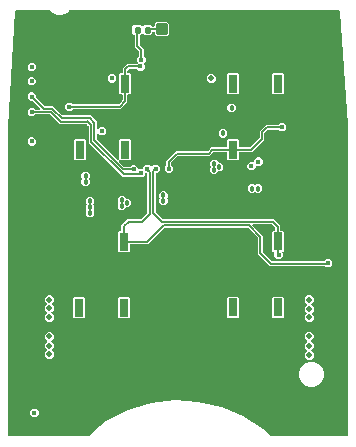
<source format=gbr>
G04 EAGLE Gerber RS-274X export*
G75*
%MOMM*%
%FSLAX34Y34*%
%LPD*%
%INBottom Copper*%
%IPPOS*%
%AMOC8*
5,1,8,0,0,1.08239X$1,22.5*%
G01*
%ADD10R,0.762000X1.524000*%
%ADD11C,0.270000*%
%ADD12C,0.300000*%
%ADD13C,0.457200*%
%ADD14C,0.503200*%
%ADD15C,0.453200*%
%ADD16C,0.450000*%
%ADD17C,0.152400*%

G36*
X72524Y6364D02*
X72524Y6364D01*
X72530Y6363D01*
X72645Y6384D01*
X72761Y6402D01*
X72766Y6405D01*
X72772Y6406D01*
X72875Y6463D01*
X72978Y6518D01*
X72982Y6522D01*
X72988Y6525D01*
X73108Y6642D01*
X76425Y10703D01*
X86928Y19106D01*
X91786Y21535D01*
X95786Y23535D01*
X96943Y24113D01*
X105929Y28606D01*
X125175Y34376D01*
X145126Y36759D01*
X165190Y35684D01*
X173447Y33786D01*
X173448Y33786D01*
X176760Y33025D01*
X184772Y31184D01*
X203292Y23391D01*
X220200Y12537D01*
X226702Y6563D01*
X226765Y6522D01*
X226822Y6473D01*
X226867Y6455D01*
X226908Y6428D01*
X226980Y6409D01*
X227051Y6381D01*
X227116Y6374D01*
X227146Y6366D01*
X227171Y6368D01*
X227217Y6363D01*
X290876Y6363D01*
X290896Y6366D01*
X290915Y6364D01*
X291017Y6386D01*
X291119Y6402D01*
X291136Y6412D01*
X291156Y6416D01*
X291245Y6469D01*
X291336Y6518D01*
X291350Y6532D01*
X291367Y6542D01*
X291434Y6621D01*
X291506Y6696D01*
X291514Y6714D01*
X291527Y6729D01*
X291566Y6825D01*
X291609Y6919D01*
X291611Y6939D01*
X291619Y6957D01*
X291637Y7124D01*
X291637Y269887D01*
X291634Y269908D01*
X291635Y269942D01*
X284730Y365636D01*
X284713Y365705D01*
X284706Y365776D01*
X284685Y365824D01*
X284672Y365875D01*
X284657Y365899D01*
X284651Y366221D01*
X284649Y366233D01*
X284651Y366246D01*
X284627Y366354D01*
X284607Y366463D01*
X284601Y366474D01*
X284598Y366486D01*
X284542Y366581D01*
X284488Y366678D01*
X284479Y366686D01*
X284472Y366697D01*
X284388Y366769D01*
X284307Y366844D01*
X284295Y366849D01*
X284285Y366857D01*
X284183Y366898D01*
X284082Y366943D01*
X284069Y366944D01*
X284057Y366949D01*
X283890Y366968D01*
X56155Y366968D01*
X56064Y366953D01*
X55974Y366946D01*
X55944Y366933D01*
X55912Y366928D01*
X55831Y366885D01*
X55747Y366849D01*
X55715Y366824D01*
X55694Y366813D01*
X55672Y366789D01*
X55616Y366745D01*
X53765Y364893D01*
X49869Y363279D01*
X45651Y363279D01*
X41755Y364893D01*
X39904Y366745D01*
X39830Y366798D01*
X39760Y366857D01*
X39730Y366869D01*
X39704Y366888D01*
X39617Y366915D01*
X39532Y366949D01*
X39491Y366954D01*
X39469Y366961D01*
X39437Y366960D01*
X39365Y366968D01*
X11022Y366968D01*
X10903Y366948D01*
X10785Y366930D01*
X10782Y366928D01*
X10779Y366928D01*
X10673Y366871D01*
X10567Y366816D01*
X10565Y366814D01*
X10562Y366813D01*
X10479Y366726D01*
X10396Y366639D01*
X10395Y366637D01*
X10392Y366634D01*
X10342Y366525D01*
X10291Y366417D01*
X10290Y366414D01*
X10289Y366411D01*
X10288Y366400D01*
X10262Y366252D01*
X4364Y267952D01*
X4366Y267934D01*
X4363Y267906D01*
X4363Y7124D01*
X4366Y7104D01*
X4364Y7085D01*
X4386Y6983D01*
X4402Y6881D01*
X4412Y6864D01*
X4416Y6844D01*
X4469Y6755D01*
X4518Y6664D01*
X4532Y6650D01*
X4542Y6633D01*
X4621Y6566D01*
X4696Y6494D01*
X4714Y6486D01*
X4729Y6473D01*
X4825Y6434D01*
X4919Y6391D01*
X4939Y6389D01*
X4957Y6381D01*
X5124Y6363D01*
X72518Y6363D01*
X72524Y6364D01*
G37*
%LPC*%
G36*
X273542Y149479D02*
X273542Y149479D01*
X272608Y150413D01*
X272534Y150466D01*
X272464Y150526D01*
X272434Y150538D01*
X272408Y150557D01*
X272321Y150584D01*
X272236Y150618D01*
X272195Y150622D01*
X272173Y150629D01*
X272141Y150628D01*
X272069Y150636D01*
X225511Y150636D01*
X215450Y160698D01*
X215450Y174228D01*
X215435Y174318D01*
X215428Y174409D01*
X215415Y174439D01*
X215410Y174471D01*
X215367Y174552D01*
X215331Y174635D01*
X215306Y174668D01*
X215295Y174688D01*
X215271Y174710D01*
X215227Y174766D01*
X207043Y182950D01*
X206969Y183003D01*
X206899Y183063D01*
X206869Y183075D01*
X206843Y183094D01*
X206756Y183121D01*
X206671Y183155D01*
X206630Y183159D01*
X206608Y183166D01*
X206576Y183165D01*
X206504Y183173D01*
X137016Y183173D01*
X136926Y183159D01*
X136835Y183151D01*
X136805Y183139D01*
X136773Y183134D01*
X136692Y183091D01*
X136608Y183055D01*
X136576Y183029D01*
X136555Y183018D01*
X136533Y182995D01*
X136477Y182950D01*
X122684Y169157D01*
X107884Y169157D01*
X107864Y169154D01*
X107845Y169156D01*
X107743Y169134D01*
X107641Y169118D01*
X107624Y169108D01*
X107604Y169104D01*
X107515Y169051D01*
X107424Y169002D01*
X107410Y168988D01*
X107393Y168978D01*
X107326Y168899D01*
X107254Y168824D01*
X107246Y168806D01*
X107233Y168791D01*
X107194Y168695D01*
X107151Y168601D01*
X107149Y168581D01*
X107141Y168563D01*
X107123Y168396D01*
X107123Y163044D01*
X106378Y162299D01*
X97706Y162299D01*
X96961Y163044D01*
X96961Y179336D01*
X97706Y180081D01*
X99248Y180081D01*
X99268Y180084D01*
X99287Y180082D01*
X99389Y180104D01*
X99491Y180120D01*
X99508Y180130D01*
X99528Y180134D01*
X99617Y180187D01*
X99708Y180236D01*
X99722Y180250D01*
X99739Y180260D01*
X99806Y180339D01*
X99878Y180414D01*
X99886Y180432D01*
X99899Y180447D01*
X99938Y180543D01*
X99981Y180637D01*
X99983Y180657D01*
X99991Y180675D01*
X100009Y180842D01*
X100009Y184884D01*
X105158Y190033D01*
X115843Y190033D01*
X115933Y190047D01*
X116024Y190055D01*
X116053Y190067D01*
X116085Y190072D01*
X116166Y190115D01*
X116250Y190151D01*
X116282Y190177D01*
X116303Y190188D01*
X116325Y190211D01*
X116381Y190256D01*
X121744Y195619D01*
X121797Y195693D01*
X121857Y195762D01*
X121869Y195793D01*
X121888Y195819D01*
X121915Y195906D01*
X121949Y195991D01*
X121953Y196032D01*
X121960Y196054D01*
X121959Y196086D01*
X121967Y196157D01*
X121967Y228718D01*
X121964Y228738D01*
X121966Y228757D01*
X121944Y228859D01*
X121928Y228961D01*
X121918Y228978D01*
X121914Y228998D01*
X121861Y229087D01*
X121812Y229178D01*
X121798Y229192D01*
X121788Y229209D01*
X121709Y229276D01*
X121634Y229348D01*
X121616Y229356D01*
X121601Y229369D01*
X121505Y229408D01*
X121411Y229451D01*
X121391Y229453D01*
X121373Y229461D01*
X121206Y229479D01*
X121033Y229479D01*
X121013Y229476D01*
X120994Y229478D01*
X120892Y229456D01*
X120790Y229440D01*
X120773Y229430D01*
X120753Y229426D01*
X120664Y229373D01*
X120573Y229324D01*
X120559Y229310D01*
X120542Y229300D01*
X120475Y229221D01*
X120404Y229146D01*
X120395Y229128D01*
X120382Y229113D01*
X120343Y229017D01*
X120300Y228923D01*
X120298Y228903D01*
X120290Y228885D01*
X120272Y228718D01*
X120272Y227950D01*
X118209Y225888D01*
X115281Y225888D01*
X115249Y225911D01*
X115180Y225970D01*
X115150Y225982D01*
X115123Y226001D01*
X115036Y226028D01*
X114952Y226062D01*
X114911Y226067D01*
X114888Y226074D01*
X114856Y226073D01*
X114785Y226081D01*
X101093Y226081D01*
X99680Y227494D01*
X73587Y253587D01*
X72173Y255001D01*
X72173Y268843D01*
X72159Y268933D01*
X72151Y269024D01*
X72139Y269053D01*
X72134Y269085D01*
X72091Y269166D01*
X72055Y269250D01*
X72029Y269282D01*
X72018Y269303D01*
X71995Y269325D01*
X71950Y269381D01*
X70984Y270347D01*
X70910Y270400D01*
X70841Y270460D01*
X70810Y270472D01*
X70784Y270491D01*
X70697Y270518D01*
X70612Y270552D01*
X70571Y270556D01*
X70549Y270563D01*
X70517Y270562D01*
X70446Y270570D01*
X47604Y270570D01*
X39405Y278769D01*
X39331Y278822D01*
X39262Y278881D01*
X39232Y278893D01*
X39206Y278912D01*
X39119Y278939D01*
X39034Y278973D01*
X38993Y278978D01*
X38970Y278985D01*
X38938Y278984D01*
X38867Y278992D01*
X27286Y278992D01*
X27196Y278977D01*
X27105Y278970D01*
X27075Y278957D01*
X27043Y278952D01*
X26963Y278909D01*
X26879Y278873D01*
X26847Y278848D01*
X26826Y278837D01*
X26804Y278813D01*
X26748Y278769D01*
X25458Y277479D01*
X22542Y277479D01*
X20479Y279542D01*
X20479Y282458D01*
X22542Y284521D01*
X25458Y284521D01*
X26699Y283280D01*
X26773Y283227D01*
X26842Y283167D01*
X26873Y283155D01*
X26899Y283136D01*
X26986Y283110D01*
X27071Y283076D01*
X27112Y283071D01*
X27134Y283064D01*
X27166Y283065D01*
X27237Y283057D01*
X30657Y283057D01*
X30728Y283069D01*
X30799Y283070D01*
X30848Y283088D01*
X30900Y283097D01*
X30963Y283130D01*
X31030Y283155D01*
X31071Y283187D01*
X31117Y283212D01*
X31166Y283264D01*
X31222Y283309D01*
X31250Y283352D01*
X31286Y283390D01*
X31317Y283455D01*
X31355Y283516D01*
X31368Y283566D01*
X31390Y283613D01*
X31398Y283685D01*
X31415Y283754D01*
X31411Y283806D01*
X31417Y283858D01*
X31402Y283928D01*
X31396Y283999D01*
X31376Y284047D01*
X31365Y284098D01*
X31328Y284160D01*
X31300Y284226D01*
X31255Y284282D01*
X31239Y284309D01*
X31221Y284324D01*
X31195Y284357D01*
X25295Y290256D01*
X25221Y290309D01*
X25152Y290369D01*
X25122Y290381D01*
X25096Y290400D01*
X25009Y290427D01*
X24924Y290461D01*
X24883Y290465D01*
X24861Y290472D01*
X24828Y290471D01*
X24757Y290479D01*
X22542Y290479D01*
X20479Y292542D01*
X20479Y295458D01*
X22542Y297521D01*
X25458Y297521D01*
X27521Y295458D01*
X27521Y294096D01*
X27523Y294084D01*
X27522Y294076D01*
X27531Y294034D01*
X27535Y294006D01*
X27543Y293915D01*
X27555Y293885D01*
X27560Y293853D01*
X27603Y293772D01*
X27639Y293688D01*
X27665Y293656D01*
X27676Y293636D01*
X27699Y293613D01*
X27744Y293557D01*
X35131Y286170D01*
X35205Y286117D01*
X35274Y286058D01*
X35305Y286045D01*
X35331Y286027D01*
X35418Y286000D01*
X35503Y285966D01*
X35544Y285961D01*
X35566Y285954D01*
X35598Y285955D01*
X35669Y285947D01*
X42355Y285947D01*
X50047Y278256D01*
X50120Y278203D01*
X50190Y278143D01*
X50220Y278131D01*
X50246Y278112D01*
X50333Y278085D01*
X50418Y278051D01*
X50459Y278047D01*
X50481Y278040D01*
X50514Y278041D01*
X50585Y278033D01*
X73842Y278033D01*
X79033Y272842D01*
X79033Y267308D01*
X79044Y267237D01*
X79046Y267165D01*
X79064Y267116D01*
X79072Y267065D01*
X79106Y267002D01*
X79131Y266934D01*
X79163Y266894D01*
X79188Y266848D01*
X79240Y266798D01*
X79284Y266742D01*
X79328Y266714D01*
X79366Y266678D01*
X79431Y266648D01*
X79491Y266609D01*
X79542Y266597D01*
X79589Y266575D01*
X79660Y266567D01*
X79730Y266549D01*
X79782Y266553D01*
X79833Y266548D01*
X79904Y266563D01*
X79975Y266568D01*
X80023Y266589D01*
X80074Y266600D01*
X80135Y266637D01*
X80201Y266665D01*
X80257Y266710D01*
X80285Y266726D01*
X80300Y266744D01*
X80332Y266770D01*
X81984Y268421D01*
X84914Y268421D01*
X86985Y266349D01*
X86985Y263419D01*
X84914Y261348D01*
X81984Y261348D01*
X80332Y262999D01*
X80274Y263041D01*
X80222Y263090D01*
X80175Y263112D01*
X80133Y263142D01*
X80064Y263164D01*
X79999Y263194D01*
X79947Y263200D01*
X79897Y263215D01*
X79826Y263213D01*
X79755Y263221D01*
X79704Y263210D01*
X79652Y263208D01*
X79584Y263184D01*
X79514Y263169D01*
X79469Y263142D01*
X79421Y263124D01*
X79365Y263079D01*
X79303Y263042D01*
X79269Y263003D01*
X79229Y262970D01*
X79190Y262910D01*
X79143Y262856D01*
X79124Y262807D01*
X79096Y262763D01*
X79078Y262694D01*
X79051Y262627D01*
X79043Y262556D01*
X79035Y262525D01*
X79037Y262502D01*
X79033Y262461D01*
X79033Y258157D01*
X79047Y258067D01*
X79055Y257976D01*
X79067Y257947D01*
X79072Y257915D01*
X79115Y257834D01*
X79151Y257750D01*
X79177Y257718D01*
X79188Y257697D01*
X79211Y257675D01*
X79256Y257619D01*
X96662Y240213D01*
X96720Y240171D01*
X96772Y240122D01*
X96819Y240100D01*
X96861Y240069D01*
X96930Y240048D01*
X96995Y240018D01*
X97047Y240012D01*
X97097Y239997D01*
X97168Y239999D01*
X97239Y239991D01*
X97290Y240002D01*
X97342Y240003D01*
X97410Y240028D01*
X97480Y240043D01*
X97525Y240070D01*
X97573Y240088D01*
X97629Y240133D01*
X97691Y240169D01*
X97725Y240209D01*
X97765Y240242D01*
X97804Y240302D01*
X97851Y240356D01*
X97870Y240405D01*
X97898Y240449D01*
X97916Y240518D01*
X97943Y240585D01*
X97951Y240656D01*
X97959Y240687D01*
X97957Y240710D01*
X97961Y240751D01*
X97961Y257205D01*
X98706Y257950D01*
X107378Y257950D01*
X108123Y257205D01*
X108123Y240913D01*
X107378Y240168D01*
X98544Y240168D01*
X98474Y240157D01*
X98402Y240155D01*
X98353Y240137D01*
X98302Y240129D01*
X98238Y240095D01*
X98171Y240070D01*
X98130Y240038D01*
X98084Y240013D01*
X98035Y239961D01*
X97979Y239917D01*
X97951Y239873D01*
X97915Y239835D01*
X97885Y239770D01*
X97846Y239710D01*
X97833Y239659D01*
X97811Y239612D01*
X97803Y239541D01*
X97786Y239471D01*
X97790Y239419D01*
X97784Y239368D01*
X97799Y239297D01*
X97805Y239226D01*
X97825Y239178D01*
X97836Y239127D01*
X97873Y239066D01*
X97901Y239000D01*
X97946Y238944D01*
X97962Y238916D01*
X97980Y238901D01*
X98006Y238869D01*
X102117Y234758D01*
X102191Y234705D01*
X102260Y234645D01*
X102290Y234633D01*
X102317Y234614D01*
X102404Y234587D01*
X102488Y234553D01*
X102529Y234549D01*
X102552Y234542D01*
X102584Y234543D01*
X102655Y234535D01*
X106970Y234535D01*
X107060Y234550D01*
X107151Y234557D01*
X107181Y234569D01*
X107213Y234575D01*
X107293Y234617D01*
X107377Y234653D01*
X107409Y234679D01*
X107430Y234690D01*
X107452Y234713D01*
X107508Y234758D01*
X108773Y236023D01*
X111690Y236023D01*
X113752Y233961D01*
X113752Y233227D01*
X113764Y233156D01*
X113766Y233085D01*
X113784Y233036D01*
X113792Y232984D01*
X113826Y232921D01*
X113850Y232854D01*
X113883Y232813D01*
X113907Y232767D01*
X113959Y232717D01*
X114004Y232662D01*
X114048Y232633D01*
X114086Y232598D01*
X114151Y232567D01*
X114211Y232529D01*
X114261Y232516D01*
X114309Y232494D01*
X114380Y232486D01*
X114449Y232468D01*
X114501Y232473D01*
X114553Y232467D01*
X114623Y232482D01*
X114695Y232488D01*
X114742Y232508D01*
X114793Y232519D01*
X114855Y232556D01*
X114921Y232584D01*
X114977Y232629D01*
X115005Y232645D01*
X115020Y232663D01*
X115052Y232689D01*
X115293Y232930D01*
X117718Y232930D01*
X117738Y232933D01*
X117757Y232931D01*
X117859Y232953D01*
X117961Y232969D01*
X117978Y232979D01*
X117998Y232983D01*
X118087Y233036D01*
X118178Y233084D01*
X118192Y233099D01*
X118209Y233109D01*
X118276Y233188D01*
X118348Y233263D01*
X118356Y233281D01*
X118369Y233296D01*
X118408Y233392D01*
X118451Y233486D01*
X118453Y233506D01*
X118461Y233524D01*
X118479Y233691D01*
X118479Y234458D01*
X120542Y236521D01*
X123458Y236521D01*
X124962Y235017D01*
X124978Y235006D01*
X124990Y234990D01*
X125078Y234934D01*
X125161Y234874D01*
X125180Y234868D01*
X125197Y234857D01*
X125298Y234832D01*
X125397Y234801D01*
X125416Y234802D01*
X125436Y234797D01*
X125539Y234805D01*
X125642Y234808D01*
X125661Y234815D01*
X125681Y234816D01*
X125776Y234857D01*
X125873Y234892D01*
X125889Y234905D01*
X125907Y234913D01*
X126038Y235017D01*
X127542Y236521D01*
X130458Y236521D01*
X132521Y234458D01*
X132521Y231542D01*
X130458Y229479D01*
X129794Y229479D01*
X129774Y229476D01*
X129755Y229478D01*
X129653Y229456D01*
X129551Y229440D01*
X129534Y229430D01*
X129514Y229426D01*
X129425Y229373D01*
X129334Y229324D01*
X129320Y229310D01*
X129303Y229300D01*
X129236Y229221D01*
X129164Y229146D01*
X129156Y229128D01*
X129143Y229113D01*
X129104Y229017D01*
X129061Y228923D01*
X129059Y228903D01*
X129051Y228885D01*
X129033Y228718D01*
X129033Y196527D01*
X129047Y196437D01*
X129055Y196346D01*
X129067Y196317D01*
X129072Y196285D01*
X129115Y196204D01*
X129151Y196120D01*
X129177Y196088D01*
X129188Y196067D01*
X129211Y196045D01*
X129256Y195989D01*
X134989Y190256D01*
X135063Y190203D01*
X135132Y190143D01*
X135163Y190131D01*
X135189Y190112D01*
X135276Y190085D01*
X135361Y190051D01*
X135402Y190047D01*
X135424Y190040D01*
X135456Y190041D01*
X135527Y190033D01*
X228842Y190033D01*
X234329Y184546D01*
X234329Y181170D01*
X234332Y181150D01*
X234330Y181131D01*
X234352Y181029D01*
X234368Y180927D01*
X234378Y180910D01*
X234382Y180890D01*
X234435Y180801D01*
X234484Y180710D01*
X234498Y180696D01*
X234508Y180679D01*
X234587Y180612D01*
X234662Y180540D01*
X234680Y180532D01*
X234695Y180519D01*
X234791Y180480D01*
X234885Y180437D01*
X234905Y180435D01*
X234923Y180427D01*
X235090Y180409D01*
X236632Y180409D01*
X237377Y179664D01*
X237377Y163372D01*
X236530Y162525D01*
X236519Y162509D01*
X236503Y162497D01*
X236447Y162409D01*
X236387Y162326D01*
X236381Y162307D01*
X236370Y162290D01*
X236345Y162189D01*
X236314Y162090D01*
X236315Y162071D01*
X236310Y162051D01*
X236318Y161948D01*
X236321Y161845D01*
X236328Y161826D01*
X236329Y161806D01*
X236370Y161711D01*
X236405Y161614D01*
X236418Y161598D01*
X236426Y161580D01*
X236521Y161461D01*
X236521Y158542D01*
X234458Y156479D01*
X231542Y156479D01*
X229479Y158542D01*
X229479Y161509D01*
X229492Y161527D01*
X229513Y161596D01*
X229544Y161661D01*
X229549Y161713D01*
X229565Y161762D01*
X229563Y161834D01*
X229571Y161905D01*
X229560Y161956D01*
X229558Y162008D01*
X229534Y162076D01*
X229518Y162146D01*
X229492Y162190D01*
X229474Y162239D01*
X229429Y162295D01*
X229392Y162357D01*
X229353Y162391D01*
X229320Y162431D01*
X229260Y162470D01*
X229205Y162517D01*
X229157Y162536D01*
X229113Y162564D01*
X229044Y162582D01*
X228977Y162609D01*
X228906Y162617D01*
X228875Y162625D01*
X228851Y162623D01*
X228810Y162627D01*
X227960Y162627D01*
X227215Y163372D01*
X227215Y179664D01*
X227960Y180409D01*
X229502Y180409D01*
X229522Y180412D01*
X229541Y180410D01*
X229643Y180432D01*
X229745Y180448D01*
X229762Y180458D01*
X229782Y180462D01*
X229871Y180515D01*
X229962Y180564D01*
X229976Y180578D01*
X229993Y180588D01*
X230060Y180667D01*
X230132Y180742D01*
X230140Y180760D01*
X230153Y180775D01*
X230192Y180871D01*
X230235Y180965D01*
X230237Y180985D01*
X230245Y181003D01*
X230263Y181170D01*
X230263Y182547D01*
X230249Y182637D01*
X230241Y182728D01*
X230229Y182757D01*
X230224Y182789D01*
X230181Y182870D01*
X230145Y182954D01*
X230119Y182986D01*
X230108Y183007D01*
X230085Y183029D01*
X230040Y183085D01*
X227381Y185744D01*
X227307Y185797D01*
X227238Y185857D01*
X227207Y185869D01*
X227181Y185888D01*
X227094Y185915D01*
X227009Y185949D01*
X226968Y185953D01*
X226946Y185960D01*
X226914Y185959D01*
X226843Y185967D01*
X211613Y185967D01*
X211542Y185956D01*
X211471Y185954D01*
X211422Y185936D01*
X211370Y185928D01*
X211307Y185894D01*
X211240Y185869D01*
X211199Y185837D01*
X211153Y185812D01*
X211104Y185760D01*
X211048Y185716D01*
X211019Y185672D01*
X210984Y185634D01*
X210953Y185569D01*
X210915Y185509D01*
X210902Y185458D01*
X210880Y185411D01*
X210872Y185340D01*
X210854Y185270D01*
X210859Y185218D01*
X210853Y185167D01*
X210868Y185096D01*
X210874Y185025D01*
X210894Y184977D01*
X210905Y184926D01*
X210942Y184865D01*
X210970Y184799D01*
X211015Y184743D01*
X211031Y184715D01*
X211049Y184700D01*
X211075Y184668D01*
X218101Y177641D01*
X219515Y176227D01*
X219515Y162697D01*
X219530Y162607D01*
X219537Y162516D01*
X219550Y162486D01*
X219555Y162454D01*
X219597Y162374D01*
X219633Y162290D01*
X219659Y162258D01*
X219670Y162237D01*
X219693Y162215D01*
X219738Y162159D01*
X226972Y154925D01*
X227046Y154871D01*
X227116Y154812D01*
X227146Y154800D01*
X227172Y154781D01*
X227259Y154754D01*
X227344Y154720D01*
X227385Y154716D01*
X227407Y154709D01*
X227439Y154710D01*
X227511Y154702D01*
X271407Y154702D01*
X271497Y154716D01*
X271588Y154723D01*
X271618Y154736D01*
X271650Y154741D01*
X271731Y154784D01*
X271815Y154820D01*
X271847Y154845D01*
X271867Y154856D01*
X271890Y154880D01*
X271946Y154925D01*
X273542Y156521D01*
X276458Y156521D01*
X278521Y154458D01*
X278521Y151542D01*
X276458Y149479D01*
X273542Y149479D01*
G37*
%LPD*%
%LPC*%
G36*
X54546Y281972D02*
X54546Y281972D01*
X52484Y284034D01*
X52484Y286951D01*
X54546Y289013D01*
X57463Y289013D01*
X58728Y287748D01*
X58802Y287695D01*
X58872Y287635D01*
X58902Y287623D01*
X58928Y287605D01*
X59015Y287578D01*
X59100Y287544D01*
X59141Y287539D01*
X59163Y287532D01*
X59195Y287533D01*
X59266Y287525D01*
X97335Y287525D01*
X97425Y287540D01*
X97516Y287547D01*
X97546Y287560D01*
X97578Y287565D01*
X97658Y287608D01*
X97742Y287643D01*
X97774Y287669D01*
X97795Y287680D01*
X97817Y287703D01*
X97873Y287748D01*
X100786Y290661D01*
X100839Y290735D01*
X100899Y290804D01*
X100911Y290835D01*
X100930Y290861D01*
X100957Y290948D01*
X100991Y291033D01*
X100995Y291074D01*
X101002Y291096D01*
X101001Y291128D01*
X101009Y291199D01*
X101009Y295287D01*
X101006Y295307D01*
X101008Y295326D01*
X100986Y295428D01*
X100970Y295530D01*
X100960Y295547D01*
X100956Y295567D01*
X100903Y295656D01*
X100854Y295747D01*
X100840Y295761D01*
X100830Y295778D01*
X100751Y295845D01*
X100676Y295917D01*
X100658Y295925D01*
X100643Y295938D01*
X100547Y295977D01*
X100453Y296020D01*
X100433Y296022D01*
X100415Y296030D01*
X100248Y296048D01*
X98706Y296048D01*
X97961Y296793D01*
X97961Y313085D01*
X98706Y313830D01*
X100248Y313830D01*
X100268Y313833D01*
X100287Y313831D01*
X100389Y313853D01*
X100491Y313869D01*
X100508Y313879D01*
X100528Y313883D01*
X100617Y313936D01*
X100708Y313985D01*
X100722Y313999D01*
X100739Y314009D01*
X100806Y314088D01*
X100878Y314163D01*
X100886Y314181D01*
X100899Y314196D01*
X100938Y314292D01*
X100981Y314386D01*
X100983Y314406D01*
X100991Y314424D01*
X101009Y314591D01*
X101009Y317884D01*
X104687Y321562D01*
X112846Y321562D01*
X112936Y321577D01*
X113027Y321584D01*
X113057Y321597D01*
X113089Y321602D01*
X113169Y321645D01*
X113253Y321680D01*
X113285Y321706D01*
X113306Y321717D01*
X113328Y321740D01*
X113384Y321785D01*
X113908Y322309D01*
X113920Y322325D01*
X113935Y322338D01*
X113991Y322425D01*
X114051Y322509D01*
X114057Y322528D01*
X114068Y322545D01*
X114093Y322645D01*
X114124Y322744D01*
X114123Y322764D01*
X114128Y322783D01*
X114120Y322886D01*
X114117Y322990D01*
X114111Y323008D01*
X114109Y323028D01*
X114069Y323123D01*
X114033Y323221D01*
X114021Y323236D01*
X114013Y323255D01*
X113908Y323386D01*
X113426Y323868D01*
X113426Y326784D01*
X114691Y328049D01*
X114744Y328123D01*
X114803Y328193D01*
X114815Y328223D01*
X114834Y328249D01*
X114861Y328336D01*
X114895Y328421D01*
X114900Y328462D01*
X114907Y328484D01*
X114906Y328516D01*
X114914Y328588D01*
X114914Y331896D01*
X114899Y331986D01*
X114892Y332077D01*
X114879Y332107D01*
X114874Y332139D01*
X114831Y332220D01*
X114796Y332304D01*
X114770Y332336D01*
X114759Y332356D01*
X114736Y332379D01*
X114691Y332434D01*
X111235Y335890D01*
X111235Y345759D01*
X111221Y345849D01*
X111213Y345940D01*
X111201Y345970D01*
X111196Y346002D01*
X111153Y346083D01*
X111117Y346166D01*
X111091Y346199D01*
X111080Y346219D01*
X111057Y346241D01*
X111012Y346297D01*
X109297Y348012D01*
X109297Y353484D01*
X110832Y355019D01*
X115704Y355019D01*
X117050Y353673D01*
X117066Y353661D01*
X117078Y353645D01*
X117166Y353589D01*
X117249Y353529D01*
X117268Y353523D01*
X117285Y353512D01*
X117386Y353487D01*
X117485Y353457D01*
X117504Y353457D01*
X117524Y353452D01*
X117627Y353460D01*
X117730Y353463D01*
X117749Y353470D01*
X117769Y353471D01*
X117864Y353512D01*
X117961Y353547D01*
X117977Y353560D01*
X117995Y353568D01*
X118126Y353673D01*
X119472Y355019D01*
X124344Y355019D01*
X125851Y353512D01*
X125925Y353459D01*
X125994Y353399D01*
X126024Y353387D01*
X126050Y353368D01*
X126137Y353341D01*
X126222Y353307D01*
X126263Y353303D01*
X126285Y353296D01*
X126318Y353297D01*
X126389Y353289D01*
X127294Y353289D01*
X127314Y353292D01*
X127333Y353290D01*
X127435Y353312D01*
X127537Y353328D01*
X127554Y353338D01*
X127574Y353342D01*
X127663Y353395D01*
X127754Y353444D01*
X127768Y353458D01*
X127785Y353468D01*
X127852Y353547D01*
X127924Y353622D01*
X127932Y353640D01*
X127945Y353655D01*
X127984Y353751D01*
X128027Y353845D01*
X128029Y353865D01*
X128037Y353883D01*
X128055Y354050D01*
X128055Y355904D01*
X129678Y357527D01*
X138974Y357527D01*
X140597Y355904D01*
X140597Y346608D01*
X138974Y344985D01*
X129678Y344985D01*
X128055Y346608D01*
X128055Y348462D01*
X128052Y348482D01*
X128054Y348501D01*
X128032Y348603D01*
X128016Y348705D01*
X128006Y348722D01*
X128002Y348742D01*
X127949Y348831D01*
X127900Y348922D01*
X127886Y348936D01*
X127876Y348953D01*
X127797Y349020D01*
X127722Y349092D01*
X127704Y349100D01*
X127689Y349113D01*
X127593Y349152D01*
X127499Y349195D01*
X127479Y349197D01*
X127461Y349205D01*
X127294Y349223D01*
X126640Y349223D01*
X126620Y349220D01*
X126601Y349222D01*
X126499Y349200D01*
X126397Y349184D01*
X126380Y349174D01*
X126360Y349170D01*
X126271Y349117D01*
X126180Y349068D01*
X126166Y349054D01*
X126149Y349044D01*
X126082Y348965D01*
X126010Y348890D01*
X126002Y348872D01*
X125989Y348857D01*
X125950Y348761D01*
X125907Y348667D01*
X125905Y348647D01*
X125897Y348629D01*
X125879Y348462D01*
X125879Y348012D01*
X124344Y346477D01*
X119472Y346477D01*
X118126Y347823D01*
X118110Y347835D01*
X118098Y347851D01*
X118010Y347907D01*
X117927Y347967D01*
X117908Y347973D01*
X117891Y347984D01*
X117790Y348009D01*
X117691Y348039D01*
X117672Y348039D01*
X117652Y348044D01*
X117549Y348036D01*
X117446Y348033D01*
X117427Y348026D01*
X117407Y348025D01*
X117312Y347984D01*
X117215Y347949D01*
X117199Y347936D01*
X117181Y347928D01*
X117050Y347823D01*
X115524Y346297D01*
X115471Y346223D01*
X115411Y346154D01*
X115399Y346124D01*
X115380Y346098D01*
X115353Y346011D01*
X115319Y345926D01*
X115315Y345885D01*
X115308Y345863D01*
X115309Y345830D01*
X115301Y345759D01*
X115301Y337889D01*
X115315Y337799D01*
X115323Y337708D01*
X115335Y337679D01*
X115340Y337647D01*
X115383Y337566D01*
X115419Y337482D01*
X115445Y337450D01*
X115456Y337429D01*
X115479Y337407D01*
X115524Y337351D01*
X118979Y333896D01*
X118979Y328588D01*
X118994Y328498D01*
X119001Y328407D01*
X119014Y328377D01*
X119019Y328345D01*
X119062Y328264D01*
X119097Y328180D01*
X119123Y328148D01*
X119134Y328128D01*
X119157Y328105D01*
X119202Y328049D01*
X120467Y326784D01*
X120467Y323868D01*
X119146Y322547D01*
X119134Y322530D01*
X119119Y322518D01*
X119063Y322431D01*
X119003Y322347D01*
X118997Y322328D01*
X118986Y322311D01*
X118961Y322211D01*
X118930Y322112D01*
X118931Y322092D01*
X118926Y322073D01*
X118934Y321970D01*
X118937Y321866D01*
X118943Y321847D01*
X118945Y321827D01*
X118985Y321732D01*
X119021Y321635D01*
X119033Y321619D01*
X119041Y321601D01*
X119146Y321470D01*
X119628Y320988D01*
X119628Y318071D01*
X117566Y316009D01*
X114649Y316009D01*
X113384Y317274D01*
X113310Y317327D01*
X113241Y317386D01*
X113211Y317399D01*
X113184Y317417D01*
X113097Y317444D01*
X113013Y317478D01*
X112972Y317483D01*
X112949Y317490D01*
X112917Y317489D01*
X112846Y317497D01*
X106687Y317497D01*
X106597Y317482D01*
X106506Y317475D01*
X106476Y317462D01*
X106444Y317457D01*
X106363Y317414D01*
X106280Y317379D01*
X106247Y317353D01*
X106227Y317342D01*
X106205Y317319D01*
X106149Y317274D01*
X105298Y316423D01*
X105245Y316349D01*
X105185Y316280D01*
X105173Y316249D01*
X105154Y316223D01*
X105127Y316136D01*
X105093Y316051D01*
X105089Y316010D01*
X105082Y315988D01*
X105083Y315956D01*
X105075Y315885D01*
X105075Y314591D01*
X105078Y314571D01*
X105076Y314552D01*
X105098Y314450D01*
X105114Y314348D01*
X105124Y314331D01*
X105128Y314311D01*
X105181Y314222D01*
X105230Y314131D01*
X105244Y314117D01*
X105254Y314100D01*
X105333Y314033D01*
X105408Y313961D01*
X105426Y313953D01*
X105441Y313940D01*
X105537Y313901D01*
X105631Y313858D01*
X105651Y313856D01*
X105669Y313848D01*
X105836Y313830D01*
X107378Y313830D01*
X108123Y313085D01*
X108123Y296793D01*
X107378Y296048D01*
X105836Y296048D01*
X105816Y296045D01*
X105797Y296047D01*
X105695Y296025D01*
X105593Y296009D01*
X105576Y295999D01*
X105556Y295995D01*
X105467Y295942D01*
X105376Y295893D01*
X105362Y295879D01*
X105345Y295869D01*
X105278Y295790D01*
X105206Y295715D01*
X105198Y295697D01*
X105185Y295682D01*
X105146Y295586D01*
X105103Y295492D01*
X105101Y295472D01*
X105093Y295454D01*
X105075Y295287D01*
X105075Y289200D01*
X99334Y283460D01*
X59266Y283460D01*
X59176Y283445D01*
X59085Y283438D01*
X59056Y283425D01*
X59024Y283420D01*
X58943Y283377D01*
X58859Y283341D01*
X58827Y283316D01*
X58806Y283305D01*
X58805Y283303D01*
X58804Y283303D01*
X58784Y283281D01*
X58728Y283237D01*
X57463Y281972D01*
X54546Y281972D01*
G37*
%LPD*%
%LPC*%
G36*
X138542Y229479D02*
X138542Y229479D01*
X136479Y231542D01*
X136479Y234458D01*
X137744Y235723D01*
X137786Y235782D01*
X137834Y235832D01*
X137842Y235850D01*
X137857Y235867D01*
X137869Y235897D01*
X137888Y235923D01*
X137910Y235996D01*
X137938Y236055D01*
X137940Y236072D01*
X137949Y236095D01*
X137953Y236136D01*
X137960Y236158D01*
X137959Y236190D01*
X137967Y236262D01*
X137967Y239842D01*
X144538Y246413D01*
X145952Y247827D01*
X172637Y247827D01*
X172727Y247841D01*
X172818Y247849D01*
X172847Y247861D01*
X172879Y247866D01*
X172960Y247909D01*
X173044Y247945D01*
X173076Y247971D01*
X173097Y247982D01*
X173119Y248005D01*
X173175Y248050D01*
X174744Y249619D01*
X176158Y251033D01*
X188474Y251033D01*
X188494Y251036D01*
X188513Y251034D01*
X188615Y251056D01*
X188717Y251072D01*
X188734Y251082D01*
X188754Y251086D01*
X188843Y251139D01*
X188934Y251188D01*
X188948Y251202D01*
X188965Y251212D01*
X189032Y251291D01*
X189104Y251366D01*
X189112Y251384D01*
X189125Y251399D01*
X189164Y251495D01*
X189207Y251589D01*
X189209Y251609D01*
X189217Y251627D01*
X189235Y251794D01*
X189235Y257214D01*
X189980Y257959D01*
X198652Y257959D01*
X199397Y257214D01*
X199397Y251862D01*
X199400Y251842D01*
X199398Y251823D01*
X199420Y251721D01*
X199436Y251619D01*
X199446Y251602D01*
X199450Y251582D01*
X199503Y251493D01*
X199552Y251402D01*
X199566Y251388D01*
X199576Y251371D01*
X199655Y251304D01*
X199730Y251232D01*
X199748Y251224D01*
X199763Y251211D01*
X199859Y251172D01*
X199953Y251129D01*
X199973Y251127D01*
X199991Y251119D01*
X200158Y251101D01*
X208911Y251101D01*
X209001Y251115D01*
X209092Y251123D01*
X209121Y251135D01*
X209153Y251140D01*
X209234Y251183D01*
X209318Y251219D01*
X209350Y251245D01*
X209371Y251256D01*
X209393Y251279D01*
X209449Y251324D01*
X216744Y258619D01*
X216797Y258693D01*
X216857Y258762D01*
X216869Y258793D01*
X216888Y258819D01*
X216915Y258906D01*
X216949Y258991D01*
X216953Y259032D01*
X216960Y259054D01*
X216959Y259086D01*
X216967Y259157D01*
X216967Y264842D01*
X222158Y270033D01*
X232738Y270033D01*
X232828Y270047D01*
X232919Y270055D01*
X232949Y270067D01*
X232981Y270072D01*
X233062Y270115D01*
X233146Y270151D01*
X233178Y270177D01*
X233198Y270188D01*
X233221Y270211D01*
X233277Y270256D01*
X234542Y271521D01*
X237458Y271521D01*
X239521Y269458D01*
X239521Y266542D01*
X237458Y264479D01*
X234542Y264479D01*
X233277Y265744D01*
X233203Y265797D01*
X233133Y265857D01*
X233103Y265869D01*
X233077Y265888D01*
X232990Y265915D01*
X232905Y265949D01*
X232864Y265953D01*
X232842Y265960D01*
X232810Y265959D01*
X232738Y265967D01*
X224157Y265967D01*
X224067Y265953D01*
X223976Y265945D01*
X223947Y265933D01*
X223915Y265928D01*
X223834Y265885D01*
X223750Y265849D01*
X223718Y265823D01*
X223697Y265812D01*
X223681Y265795D01*
X223679Y265794D01*
X223671Y265786D01*
X223619Y265744D01*
X221256Y263381D01*
X221203Y263307D01*
X221143Y263238D01*
X221131Y263207D01*
X221112Y263181D01*
X221085Y263094D01*
X221051Y263009D01*
X221047Y262968D01*
X221040Y262946D01*
X221041Y262914D01*
X221033Y262843D01*
X221033Y257158D01*
X210910Y247035D01*
X200158Y247035D01*
X200138Y247032D01*
X200119Y247034D01*
X200017Y247012D01*
X199915Y246996D01*
X199898Y246986D01*
X199878Y246982D01*
X199789Y246929D01*
X199698Y246880D01*
X199684Y246866D01*
X199667Y246856D01*
X199600Y246777D01*
X199528Y246702D01*
X199520Y246684D01*
X199507Y246669D01*
X199468Y246573D01*
X199425Y246479D01*
X199423Y246459D01*
X199415Y246441D01*
X199397Y246274D01*
X199397Y240922D01*
X198652Y240177D01*
X189980Y240177D01*
X189235Y240922D01*
X189235Y246206D01*
X189232Y246226D01*
X189234Y246245D01*
X189212Y246347D01*
X189196Y246449D01*
X189186Y246466D01*
X189182Y246486D01*
X189129Y246575D01*
X189080Y246666D01*
X189066Y246680D01*
X189056Y246697D01*
X188977Y246764D01*
X188902Y246836D01*
X188884Y246844D01*
X188869Y246857D01*
X188773Y246896D01*
X188679Y246939D01*
X188659Y246941D01*
X188641Y246949D01*
X188474Y246967D01*
X178157Y246967D01*
X178067Y246953D01*
X177976Y246945D01*
X177947Y246933D01*
X177915Y246928D01*
X177834Y246885D01*
X177750Y246849D01*
X177718Y246823D01*
X177697Y246812D01*
X177675Y246789D01*
X177619Y246744D01*
X176050Y245175D01*
X174636Y243761D01*
X147951Y243761D01*
X147861Y243747D01*
X147770Y243739D01*
X147741Y243727D01*
X147709Y243722D01*
X147628Y243679D01*
X147544Y243643D01*
X147512Y243617D01*
X147491Y243606D01*
X147469Y243583D01*
X147413Y243538D01*
X142256Y238381D01*
X142203Y238307D01*
X142143Y238238D01*
X142131Y238207D01*
X142112Y238181D01*
X142085Y238094D01*
X142051Y238009D01*
X142047Y237968D01*
X142040Y237946D01*
X142041Y237914D01*
X142033Y237843D01*
X142033Y236262D01*
X142037Y236236D01*
X142035Y236221D01*
X142048Y236160D01*
X142055Y236081D01*
X142067Y236051D01*
X142072Y236019D01*
X142084Y235998D01*
X142087Y235980D01*
X142121Y235924D01*
X142151Y235854D01*
X142177Y235822D01*
X142188Y235802D01*
X142203Y235787D01*
X142214Y235769D01*
X142231Y235755D01*
X142256Y235723D01*
X143521Y234458D01*
X143521Y231542D01*
X141458Y229479D01*
X138542Y229479D01*
G37*
%LPD*%
%LPC*%
G36*
X258651Y48279D02*
X258651Y48279D01*
X254755Y49893D01*
X251773Y52875D01*
X250159Y56771D01*
X250159Y60989D01*
X251773Y64885D01*
X254755Y67867D01*
X258651Y69481D01*
X262869Y69481D01*
X266765Y67867D01*
X269747Y64885D01*
X271361Y60989D01*
X271361Y56771D01*
X269747Y52875D01*
X266765Y49893D01*
X262869Y48279D01*
X258651Y48279D01*
G37*
%LPD*%
%LPC*%
G36*
X189980Y296057D02*
X189980Y296057D01*
X189235Y296802D01*
X189235Y313094D01*
X189980Y313839D01*
X198652Y313839D01*
X199397Y313094D01*
X199397Y296802D01*
X198652Y296057D01*
X189980Y296057D01*
G37*
%LPD*%
%LPC*%
G36*
X228080Y296057D02*
X228080Y296057D01*
X227335Y296802D01*
X227335Y313094D01*
X228080Y313839D01*
X236752Y313839D01*
X237497Y313094D01*
X237497Y296802D01*
X236752Y296057D01*
X228080Y296057D01*
G37*
%LPD*%
%LPC*%
G36*
X60606Y240168D02*
X60606Y240168D01*
X59861Y240913D01*
X59861Y257205D01*
X60606Y257950D01*
X69278Y257950D01*
X70023Y257205D01*
X70023Y240913D01*
X69278Y240168D01*
X60606Y240168D01*
G37*
%LPD*%
%LPC*%
G36*
X227960Y106747D02*
X227960Y106747D01*
X227215Y107492D01*
X227215Y123784D01*
X227960Y124529D01*
X236632Y124529D01*
X237377Y123784D01*
X237377Y107492D01*
X236632Y106747D01*
X227960Y106747D01*
G37*
%LPD*%
%LPC*%
G36*
X189860Y106747D02*
X189860Y106747D01*
X189115Y107492D01*
X189115Y123784D01*
X189860Y124529D01*
X198532Y124529D01*
X199277Y123784D01*
X199277Y107492D01*
X198532Y106747D01*
X189860Y106747D01*
G37*
%LPD*%
%LPC*%
G36*
X97706Y106419D02*
X97706Y106419D01*
X96961Y107164D01*
X96961Y123456D01*
X97706Y124201D01*
X106378Y124201D01*
X107123Y123456D01*
X107123Y107164D01*
X106378Y106419D01*
X97706Y106419D01*
G37*
%LPD*%
%LPC*%
G36*
X59606Y106419D02*
X59606Y106419D01*
X58861Y107164D01*
X58861Y123456D01*
X59606Y124201D01*
X68278Y124201D01*
X69023Y123456D01*
X69023Y107164D01*
X68278Y106419D01*
X59606Y106419D01*
G37*
%LPD*%
%LPC*%
G36*
X257431Y71213D02*
X257431Y71213D01*
X255213Y73431D01*
X255213Y76569D01*
X257106Y78462D01*
X257118Y78478D01*
X257134Y78490D01*
X257190Y78578D01*
X257250Y78661D01*
X257256Y78680D01*
X257267Y78697D01*
X257292Y78798D01*
X257322Y78897D01*
X257322Y78916D01*
X257327Y78936D01*
X257319Y79039D01*
X257316Y79142D01*
X257309Y79161D01*
X257308Y79181D01*
X257267Y79276D01*
X257232Y79373D01*
X257219Y79389D01*
X257211Y79407D01*
X257106Y79538D01*
X255213Y81431D01*
X255213Y84569D01*
X257106Y86462D01*
X257118Y86478D01*
X257134Y86490D01*
X257190Y86578D01*
X257250Y86661D01*
X257256Y86680D01*
X257267Y86697D01*
X257292Y86798D01*
X257322Y86897D01*
X257322Y86916D01*
X257327Y86936D01*
X257319Y87039D01*
X257316Y87142D01*
X257309Y87161D01*
X257308Y87181D01*
X257267Y87276D01*
X257232Y87373D01*
X257219Y87389D01*
X257211Y87407D01*
X257106Y87538D01*
X255213Y89431D01*
X255213Y92569D01*
X257431Y94787D01*
X260569Y94787D01*
X262787Y92569D01*
X262787Y89431D01*
X260894Y87538D01*
X260882Y87522D01*
X260866Y87510D01*
X260810Y87422D01*
X260750Y87339D01*
X260744Y87320D01*
X260733Y87303D01*
X260708Y87202D01*
X260678Y87103D01*
X260678Y87084D01*
X260673Y87064D01*
X260681Y86961D01*
X260684Y86858D01*
X260691Y86839D01*
X260692Y86819D01*
X260733Y86724D01*
X260768Y86627D01*
X260781Y86611D01*
X260789Y86593D01*
X260894Y86462D01*
X262787Y84569D01*
X262787Y81431D01*
X260894Y79538D01*
X260882Y79522D01*
X260866Y79510D01*
X260810Y79422D01*
X260750Y79339D01*
X260744Y79320D01*
X260733Y79303D01*
X260708Y79202D01*
X260678Y79103D01*
X260678Y79084D01*
X260673Y79064D01*
X260681Y78961D01*
X260684Y78858D01*
X260691Y78839D01*
X260692Y78819D01*
X260733Y78724D01*
X260768Y78627D01*
X260781Y78611D01*
X260789Y78593D01*
X260894Y78462D01*
X262787Y76569D01*
X262787Y73431D01*
X260569Y71213D01*
X257431Y71213D01*
G37*
%LPD*%
%LPC*%
G36*
X257431Y103213D02*
X257431Y103213D01*
X255213Y105431D01*
X255213Y108569D01*
X256606Y109962D01*
X256618Y109978D01*
X256634Y109990D01*
X256690Y110078D01*
X256750Y110161D01*
X256756Y110180D01*
X256767Y110197D01*
X256792Y110298D01*
X256822Y110397D01*
X256822Y110416D01*
X256827Y110436D01*
X256819Y110539D01*
X256816Y110642D01*
X256809Y110661D01*
X256808Y110681D01*
X256767Y110776D01*
X256732Y110873D01*
X256719Y110889D01*
X256711Y110907D01*
X256606Y111038D01*
X255213Y112431D01*
X255213Y115569D01*
X257106Y117462D01*
X257118Y117478D01*
X257134Y117490D01*
X257190Y117578D01*
X257250Y117661D01*
X257256Y117680D01*
X257267Y117697D01*
X257292Y117798D01*
X257322Y117897D01*
X257322Y117916D01*
X257327Y117936D01*
X257319Y118039D01*
X257316Y118142D01*
X257309Y118161D01*
X257308Y118181D01*
X257267Y118276D01*
X257232Y118373D01*
X257219Y118389D01*
X257211Y118407D01*
X257106Y118538D01*
X255213Y120431D01*
X255213Y123569D01*
X257431Y125787D01*
X260569Y125787D01*
X262787Y123569D01*
X262787Y120431D01*
X260894Y118538D01*
X260882Y118522D01*
X260866Y118510D01*
X260810Y118422D01*
X260750Y118339D01*
X260744Y118320D01*
X260733Y118303D01*
X260708Y118202D01*
X260678Y118103D01*
X260678Y118084D01*
X260673Y118064D01*
X260681Y117961D01*
X260684Y117858D01*
X260691Y117839D01*
X260692Y117819D01*
X260733Y117724D01*
X260768Y117627D01*
X260781Y117611D01*
X260789Y117593D01*
X260894Y117462D01*
X262787Y115569D01*
X262787Y112431D01*
X261394Y111038D01*
X261382Y111022D01*
X261366Y111010D01*
X261310Y110922D01*
X261250Y110839D01*
X261244Y110820D01*
X261233Y110803D01*
X261208Y110702D01*
X261178Y110603D01*
X261178Y110584D01*
X261173Y110564D01*
X261181Y110461D01*
X261184Y110358D01*
X261191Y110339D01*
X261192Y110319D01*
X261233Y110224D01*
X261268Y110127D01*
X261281Y110111D01*
X261289Y110093D01*
X261394Y109962D01*
X262787Y108569D01*
X262787Y105431D01*
X260569Y103213D01*
X257431Y103213D01*
G37*
%LPD*%
%LPC*%
G36*
X37431Y103213D02*
X37431Y103213D01*
X35213Y105431D01*
X35213Y108569D01*
X37106Y110462D01*
X37118Y110478D01*
X37134Y110490D01*
X37190Y110578D01*
X37250Y110661D01*
X37256Y110680D01*
X37267Y110697D01*
X37292Y110798D01*
X37322Y110897D01*
X37322Y110916D01*
X37327Y110936D01*
X37319Y111039D01*
X37316Y111142D01*
X37309Y111161D01*
X37308Y111181D01*
X37267Y111276D01*
X37232Y111373D01*
X37219Y111389D01*
X37211Y111407D01*
X37106Y111538D01*
X35213Y113431D01*
X35213Y116569D01*
X36606Y117962D01*
X36618Y117978D01*
X36634Y117990D01*
X36690Y118078D01*
X36750Y118161D01*
X36756Y118180D01*
X36767Y118197D01*
X36792Y118298D01*
X36822Y118397D01*
X36822Y118416D01*
X36827Y118436D01*
X36819Y118539D01*
X36816Y118642D01*
X36809Y118661D01*
X36808Y118681D01*
X36767Y118776D01*
X36732Y118873D01*
X36719Y118889D01*
X36711Y118907D01*
X36606Y119038D01*
X35213Y120431D01*
X35213Y123569D01*
X37431Y125787D01*
X40569Y125787D01*
X42787Y123569D01*
X42787Y120431D01*
X41394Y119038D01*
X41382Y119022D01*
X41366Y119010D01*
X41310Y118922D01*
X41250Y118839D01*
X41244Y118820D01*
X41233Y118803D01*
X41208Y118702D01*
X41178Y118603D01*
X41178Y118584D01*
X41173Y118564D01*
X41181Y118461D01*
X41184Y118358D01*
X41191Y118339D01*
X41192Y118319D01*
X41233Y118224D01*
X41268Y118127D01*
X41281Y118111D01*
X41289Y118093D01*
X41394Y117962D01*
X42787Y116569D01*
X42787Y113431D01*
X40894Y111538D01*
X40882Y111522D01*
X40866Y111510D01*
X40810Y111422D01*
X40750Y111339D01*
X40744Y111320D01*
X40733Y111303D01*
X40708Y111202D01*
X40678Y111103D01*
X40678Y111084D01*
X40673Y111064D01*
X40681Y110961D01*
X40684Y110858D01*
X40691Y110839D01*
X40692Y110819D01*
X40733Y110724D01*
X40768Y110627D01*
X40781Y110611D01*
X40789Y110593D01*
X40894Y110462D01*
X42787Y108569D01*
X42787Y105431D01*
X40569Y103213D01*
X37431Y103213D01*
G37*
%LPD*%
%LPC*%
G36*
X37431Y72213D02*
X37431Y72213D01*
X35213Y74431D01*
X35213Y77569D01*
X36606Y78962D01*
X36618Y78978D01*
X36634Y78990D01*
X36690Y79078D01*
X36750Y79161D01*
X36756Y79180D01*
X36767Y79197D01*
X36792Y79298D01*
X36822Y79397D01*
X36822Y79416D01*
X36827Y79436D01*
X36819Y79539D01*
X36816Y79642D01*
X36809Y79661D01*
X36808Y79681D01*
X36767Y79776D01*
X36732Y79873D01*
X36719Y79889D01*
X36711Y79907D01*
X36606Y80038D01*
X35213Y81431D01*
X35213Y84569D01*
X37106Y86462D01*
X37118Y86478D01*
X37134Y86490D01*
X37190Y86578D01*
X37250Y86661D01*
X37256Y86680D01*
X37267Y86697D01*
X37292Y86798D01*
X37322Y86897D01*
X37322Y86916D01*
X37327Y86936D01*
X37319Y87039D01*
X37316Y87142D01*
X37309Y87161D01*
X37308Y87181D01*
X37267Y87276D01*
X37232Y87373D01*
X37219Y87389D01*
X37211Y87407D01*
X37106Y87538D01*
X35213Y89431D01*
X35213Y92569D01*
X37431Y94787D01*
X40569Y94787D01*
X42787Y92569D01*
X42787Y89431D01*
X40894Y87538D01*
X40882Y87522D01*
X40866Y87510D01*
X40810Y87422D01*
X40750Y87339D01*
X40744Y87320D01*
X40733Y87303D01*
X40708Y87202D01*
X40678Y87103D01*
X40678Y87084D01*
X40673Y87064D01*
X40681Y86961D01*
X40684Y86858D01*
X40691Y86839D01*
X40692Y86819D01*
X40733Y86724D01*
X40768Y86627D01*
X40781Y86611D01*
X40789Y86593D01*
X40894Y86462D01*
X42787Y84569D01*
X42787Y81431D01*
X41394Y80038D01*
X41382Y80022D01*
X41366Y80010D01*
X41310Y79922D01*
X41250Y79839D01*
X41244Y79820D01*
X41233Y79803D01*
X41208Y79702D01*
X41178Y79603D01*
X41178Y79584D01*
X41173Y79564D01*
X41181Y79461D01*
X41184Y79358D01*
X41191Y79339D01*
X41192Y79319D01*
X41233Y79224D01*
X41268Y79127D01*
X41281Y79111D01*
X41289Y79093D01*
X41394Y78962D01*
X42787Y77569D01*
X42787Y74431D01*
X40569Y72213D01*
X37431Y72213D01*
G37*
%LPD*%
%LPC*%
G36*
X71916Y191948D02*
X71916Y191948D01*
X69832Y194032D01*
X69832Y196978D01*
X70321Y197467D01*
X70332Y197483D01*
X70348Y197495D01*
X70404Y197582D01*
X70464Y197666D01*
X70470Y197685D01*
X70481Y197702D01*
X70506Y197803D01*
X70537Y197902D01*
X70536Y197921D01*
X70541Y197941D01*
X70533Y198044D01*
X70530Y198147D01*
X70523Y198166D01*
X70522Y198186D01*
X70481Y198281D01*
X70446Y198378D01*
X70433Y198394D01*
X70426Y198412D01*
X70321Y198543D01*
X69832Y199032D01*
X69832Y201978D01*
X70321Y202467D01*
X70332Y202483D01*
X70348Y202495D01*
X70404Y202583D01*
X70464Y202666D01*
X70470Y202685D01*
X70481Y202702D01*
X70506Y202803D01*
X70537Y202902D01*
X70536Y202921D01*
X70541Y202941D01*
X70533Y203044D01*
X70530Y203147D01*
X70523Y203166D01*
X70522Y203186D01*
X70481Y203281D01*
X70446Y203378D01*
X70433Y203394D01*
X70426Y203412D01*
X70321Y203543D01*
X69832Y204032D01*
X69832Y206978D01*
X71916Y209062D01*
X74862Y209062D01*
X76946Y206978D01*
X76946Y204032D01*
X76457Y203543D01*
X76446Y203527D01*
X76430Y203515D01*
X76374Y203427D01*
X76314Y203344D01*
X76308Y203325D01*
X76297Y203308D01*
X76272Y203207D01*
X76241Y203108D01*
X76242Y203089D01*
X76237Y203069D01*
X76245Y202966D01*
X76248Y202863D01*
X76255Y202844D01*
X76256Y202824D01*
X76297Y202729D01*
X76332Y202632D01*
X76345Y202616D01*
X76352Y202598D01*
X76457Y202467D01*
X76946Y201978D01*
X76946Y199032D01*
X76457Y198543D01*
X76446Y198527D01*
X76430Y198515D01*
X76374Y198427D01*
X76314Y198344D01*
X76308Y198325D01*
X76297Y198308D01*
X76272Y198207D01*
X76241Y198108D01*
X76242Y198089D01*
X76237Y198069D01*
X76245Y197966D01*
X76248Y197863D01*
X76255Y197844D01*
X76256Y197824D01*
X76297Y197729D01*
X76332Y197632D01*
X76345Y197616D01*
X76352Y197598D01*
X76457Y197467D01*
X76946Y196978D01*
X76946Y194032D01*
X74862Y191948D01*
X71916Y191948D01*
G37*
%LPD*%
%LPC*%
G36*
X177054Y228606D02*
X177054Y228606D01*
X174971Y230690D01*
X174971Y233636D01*
X175454Y234119D01*
X175466Y234136D01*
X175481Y234148D01*
X175537Y234235D01*
X175598Y234319D01*
X175604Y234338D01*
X175614Y234355D01*
X175640Y234455D01*
X175670Y234554D01*
X175670Y234574D01*
X175674Y234594D01*
X175666Y234697D01*
X175664Y234800D01*
X175657Y234819D01*
X175655Y234839D01*
X175615Y234934D01*
X175579Y235031D01*
X175567Y235047D01*
X175559Y235065D01*
X175454Y235196D01*
X175068Y235583D01*
X175068Y238529D01*
X177151Y240613D01*
X180098Y240613D01*
X182290Y238420D01*
X182336Y238333D01*
X182350Y238320D01*
X182361Y238303D01*
X182439Y238235D01*
X182514Y238164D01*
X182532Y238156D01*
X182548Y238143D01*
X182644Y238104D01*
X182737Y238060D01*
X182757Y238058D01*
X182776Y238051D01*
X182942Y238032D01*
X184204Y238032D01*
X186287Y235949D01*
X186287Y233002D01*
X184204Y230919D01*
X182629Y230919D01*
X182539Y230904D01*
X182448Y230897D01*
X182418Y230884D01*
X182386Y230879D01*
X182305Y230836D01*
X182221Y230801D01*
X182189Y230775D01*
X182169Y230764D01*
X182146Y230741D01*
X182091Y230696D01*
X180001Y228606D01*
X177054Y228606D01*
G37*
%LPD*%
%LPC*%
G36*
X98777Y198005D02*
X98777Y198005D01*
X96693Y200088D01*
X96693Y203035D01*
X97116Y203458D01*
X97127Y203474D01*
X97143Y203486D01*
X97199Y203573D01*
X97259Y203657D01*
X97265Y203676D01*
X97276Y203693D01*
X97301Y203793D01*
X97332Y203892D01*
X97331Y203912D01*
X97336Y203932D01*
X97328Y204035D01*
X97325Y204138D01*
X97318Y204157D01*
X97317Y204177D01*
X97276Y204272D01*
X97241Y204369D01*
X97228Y204385D01*
X97221Y204403D01*
X97116Y204534D01*
X96662Y204988D01*
X96662Y207934D01*
X98746Y210018D01*
X101692Y210018D01*
X103859Y207851D01*
X103933Y207798D01*
X104002Y207739D01*
X104032Y207726D01*
X104058Y207708D01*
X104145Y207681D01*
X104230Y207647D01*
X104271Y207642D01*
X104293Y207635D01*
X104326Y207636D01*
X104397Y207628D01*
X105858Y207628D01*
X107941Y205545D01*
X107941Y202598D01*
X105858Y200515D01*
X104548Y200515D01*
X104458Y200500D01*
X104367Y200493D01*
X104337Y200480D01*
X104305Y200475D01*
X104225Y200432D01*
X104141Y200397D01*
X104109Y200371D01*
X104088Y200360D01*
X104066Y200337D01*
X104010Y200292D01*
X101723Y198005D01*
X98777Y198005D01*
G37*
%LPD*%
%LPC*%
G36*
X208542Y231479D02*
X208542Y231479D01*
X206479Y233542D01*
X206479Y236458D01*
X208542Y238521D01*
X211718Y238521D01*
X211738Y238524D01*
X211757Y238522D01*
X211859Y238544D01*
X211961Y238560D01*
X211978Y238570D01*
X211998Y238574D01*
X212087Y238627D01*
X212178Y238676D01*
X212192Y238690D01*
X212209Y238700D01*
X212276Y238779D01*
X212348Y238854D01*
X212356Y238872D01*
X212369Y238887D01*
X212408Y238983D01*
X212451Y239077D01*
X212453Y239097D01*
X212461Y239115D01*
X212479Y239282D01*
X212479Y240458D01*
X214542Y242521D01*
X217458Y242521D01*
X219521Y240458D01*
X219521Y237542D01*
X217458Y235479D01*
X214282Y235479D01*
X214262Y235476D01*
X214243Y235478D01*
X214141Y235456D01*
X214039Y235440D01*
X214022Y235430D01*
X214002Y235426D01*
X213913Y235373D01*
X213822Y235324D01*
X213808Y235310D01*
X213791Y235300D01*
X213724Y235221D01*
X213652Y235146D01*
X213644Y235128D01*
X213631Y235113D01*
X213592Y235016D01*
X213549Y234923D01*
X213547Y234903D01*
X213539Y234885D01*
X213521Y234718D01*
X213521Y233542D01*
X211458Y231479D01*
X208542Y231479D01*
G37*
%LPD*%
%LPC*%
G36*
X213997Y212515D02*
X213997Y212515D01*
X213525Y212987D01*
X213509Y212999D01*
X213497Y213014D01*
X213409Y213070D01*
X213325Y213131D01*
X213306Y213136D01*
X213290Y213147D01*
X213189Y213173D01*
X213090Y213203D01*
X213070Y213202D01*
X213051Y213207D01*
X212948Y213199D01*
X212844Y213197D01*
X212826Y213190D01*
X212806Y213188D01*
X212711Y213148D01*
X212613Y213112D01*
X212598Y213100D01*
X212580Y213092D01*
X212449Y212987D01*
X211978Y212517D01*
X209032Y212517D01*
X206948Y214600D01*
X206948Y217547D01*
X209032Y219630D01*
X211978Y219630D01*
X212450Y219158D01*
X212466Y219147D01*
X212479Y219131D01*
X212566Y219075D01*
X212650Y219015D01*
X212669Y219009D01*
X212686Y218998D01*
X212786Y218973D01*
X212885Y218943D01*
X212905Y218943D01*
X212924Y218938D01*
X213027Y218946D01*
X213131Y218949D01*
X213150Y218956D01*
X213170Y218957D01*
X213264Y218998D01*
X213362Y219033D01*
X213378Y219046D01*
X213396Y219054D01*
X213527Y219158D01*
X213997Y219629D01*
X216944Y219629D01*
X219027Y217545D01*
X219027Y214599D01*
X216944Y212515D01*
X213997Y212515D01*
G37*
%LPD*%
%LPC*%
G36*
X134009Y202061D02*
X134009Y202061D01*
X131926Y204144D01*
X131926Y207091D01*
X132303Y207468D01*
X132315Y207484D01*
X132330Y207496D01*
X132386Y207583D01*
X132446Y207667D01*
X132452Y207686D01*
X132463Y207703D01*
X132488Y207803D01*
X132519Y207902D01*
X132518Y207922D01*
X132523Y207942D01*
X132515Y208045D01*
X132512Y208148D01*
X132506Y208167D01*
X132504Y208187D01*
X132464Y208282D01*
X132428Y208379D01*
X132416Y208395D01*
X132408Y208413D01*
X132303Y208544D01*
X131996Y208852D01*
X131996Y211798D01*
X134079Y213881D01*
X137026Y213881D01*
X139109Y211798D01*
X139109Y208852D01*
X138732Y208475D01*
X138720Y208458D01*
X138705Y208446D01*
X138649Y208359D01*
X138589Y208275D01*
X138583Y208256D01*
X138572Y208239D01*
X138547Y208139D01*
X138516Y208040D01*
X138517Y208020D01*
X138512Y208000D01*
X138520Y207897D01*
X138523Y207794D01*
X138529Y207775D01*
X138531Y207755D01*
X138571Y207660D01*
X138607Y207563D01*
X138619Y207547D01*
X138627Y207529D01*
X138732Y207398D01*
X139039Y207091D01*
X139039Y204144D01*
X136956Y202061D01*
X134009Y202061D01*
G37*
%LPD*%
%LPC*%
G36*
X68177Y218516D02*
X68177Y218516D01*
X66093Y220599D01*
X66093Y223546D01*
X66370Y223823D01*
X66382Y223839D01*
X66397Y223851D01*
X66453Y223938D01*
X66514Y224022D01*
X66519Y224042D01*
X66530Y224058D01*
X66555Y224159D01*
X66586Y224258D01*
X66585Y224278D01*
X66590Y224297D01*
X66582Y224400D01*
X66580Y224503D01*
X66573Y224522D01*
X66571Y224542D01*
X66531Y224637D01*
X66495Y224734D01*
X66483Y224750D01*
X66475Y224768D01*
X66370Y224899D01*
X66036Y225233D01*
X66036Y228180D01*
X68120Y230263D01*
X71066Y230263D01*
X73150Y228180D01*
X73150Y225233D01*
X72873Y224956D01*
X72861Y224940D01*
X72846Y224928D01*
X72790Y224841D01*
X72729Y224756D01*
X72723Y224737D01*
X72713Y224721D01*
X72687Y224620D01*
X72657Y224521D01*
X72657Y224501D01*
X72653Y224482D01*
X72661Y224379D01*
X72663Y224276D01*
X72670Y224257D01*
X72672Y224237D01*
X72712Y224142D01*
X72748Y224045D01*
X72760Y224029D01*
X72768Y224011D01*
X72873Y223880D01*
X73207Y223546D01*
X73207Y220599D01*
X71123Y218516D01*
X68177Y218516D01*
G37*
%LPD*%
%LPC*%
G36*
X174531Y305610D02*
X174531Y305610D01*
X172313Y307828D01*
X172313Y310965D01*
X174531Y313183D01*
X177668Y313183D01*
X179887Y310965D01*
X179887Y307828D01*
X177668Y305610D01*
X174531Y305610D01*
G37*
%LPD*%
%LPC*%
G36*
X191822Y280809D02*
X191822Y280809D01*
X189739Y282892D01*
X189739Y285839D01*
X191822Y287922D01*
X194769Y287922D01*
X196852Y285839D01*
X196852Y282892D01*
X194769Y280809D01*
X191822Y280809D01*
G37*
%LPD*%
%LPC*%
G36*
X184411Y259324D02*
X184411Y259324D01*
X182327Y261408D01*
X182327Y264354D01*
X184411Y266438D01*
X187357Y266438D01*
X189441Y264354D01*
X189441Y261408D01*
X187357Y259324D01*
X184411Y259324D01*
G37*
%LPD*%
%LPC*%
G36*
X90446Y305854D02*
X90446Y305854D01*
X88374Y307926D01*
X88374Y310856D01*
X90446Y312928D01*
X93376Y312928D01*
X95448Y310856D01*
X95448Y307926D01*
X93376Y305854D01*
X90446Y305854D01*
G37*
%LPD*%
%LPC*%
G36*
X24901Y22660D02*
X24901Y22660D01*
X22829Y24732D01*
X22829Y27662D01*
X24901Y29734D01*
X27831Y29734D01*
X29903Y27662D01*
X29903Y24732D01*
X27831Y22660D01*
X24901Y22660D01*
G37*
%LPD*%
%LPC*%
G36*
X22542Y315479D02*
X22542Y315479D01*
X20479Y317542D01*
X20479Y320458D01*
X22542Y322521D01*
X25458Y322521D01*
X27521Y320458D01*
X27521Y317542D01*
X25458Y315479D01*
X22542Y315479D01*
G37*
%LPD*%
%LPC*%
G36*
X22542Y303479D02*
X22542Y303479D01*
X20479Y305542D01*
X20479Y308458D01*
X22542Y310521D01*
X25458Y310521D01*
X27521Y308458D01*
X27521Y305542D01*
X25458Y303479D01*
X22542Y303479D01*
G37*
%LPD*%
%LPC*%
G36*
X22542Y252479D02*
X22542Y252479D01*
X20479Y254542D01*
X20479Y257458D01*
X22542Y259521D01*
X25458Y259521D01*
X27521Y257458D01*
X27521Y254542D01*
X25458Y252479D01*
X22542Y252479D01*
G37*
%LPD*%
D10*
X64942Y304939D03*
X64942Y249059D03*
X103042Y304939D03*
X103042Y249059D03*
X232416Y249068D03*
X232416Y304948D03*
X194316Y249068D03*
X194316Y304948D03*
X63942Y171190D03*
X63942Y115310D03*
X102042Y171190D03*
X102042Y115310D03*
X194196Y171518D03*
X194196Y115638D03*
X232296Y171518D03*
X232296Y115638D03*
D11*
X123258Y352398D02*
X120558Y352398D01*
X123258Y352398D02*
X123258Y349098D01*
X120558Y349098D01*
X120558Y352398D01*
X120558Y351663D02*
X123258Y351663D01*
X114618Y352398D02*
X111918Y352398D01*
X114618Y352398D02*
X114618Y349098D01*
X111918Y349098D01*
X111918Y352398D01*
X111918Y351663D02*
X114618Y351663D01*
D12*
X155366Y354756D02*
X155366Y347756D01*
X148366Y347756D01*
X148366Y354756D01*
X155366Y354756D01*
X155366Y350606D02*
X148366Y350606D01*
X148366Y353456D02*
X155366Y353456D01*
X137826Y354756D02*
X137826Y347756D01*
X130826Y347756D01*
X130826Y354756D01*
X137826Y354756D01*
X137826Y350606D02*
X130826Y350606D01*
X130826Y353456D02*
X137826Y353456D01*
D13*
X193296Y284365D03*
X135552Y210325D03*
X135483Y205617D03*
D14*
X176100Y309396D03*
D13*
X69650Y222073D03*
X178528Y232163D03*
X182731Y234476D03*
X185884Y262881D03*
X69593Y226706D03*
D15*
X91911Y309391D03*
X83449Y264884D03*
D13*
X178624Y237056D03*
X123423Y287706D03*
X136758Y276371D03*
X123423Y265036D03*
X123423Y276371D03*
X136758Y287706D03*
X150093Y287706D03*
X150093Y276371D03*
X150093Y265036D03*
X136758Y265036D03*
X113009Y265036D03*
X112882Y275990D03*
X113009Y287706D03*
X160634Y264909D03*
X160634Y276371D03*
X160581Y287714D03*
X113009Y253036D03*
X123423Y253036D03*
X136702Y253176D03*
X150093Y253120D03*
X160593Y253071D03*
X113009Y299706D03*
X123423Y299706D03*
X136758Y299706D03*
X150093Y299706D03*
X160581Y299714D03*
D14*
X12714Y363153D03*
X21381Y363000D03*
X30762Y363000D03*
X40143Y363000D03*
X58905Y363000D03*
X68286Y363000D03*
X77667Y363000D03*
X87048Y363000D03*
X96429Y363000D03*
X105810Y363000D03*
X115191Y363000D03*
X124572Y363000D03*
X133953Y363000D03*
X143229Y363385D03*
X152967Y363378D03*
X162691Y363350D03*
X243398Y363000D03*
X252779Y363000D03*
X262160Y363000D03*
X271541Y363000D03*
X280922Y363000D03*
X12170Y353747D03*
X11634Y344055D03*
X11238Y334984D03*
X10455Y325170D03*
X9847Y316022D03*
X9490Y306890D03*
X8873Y297333D03*
X8873Y287952D03*
X8873Y278571D03*
X8873Y269190D03*
X8873Y259809D03*
X8873Y250428D03*
X8873Y241047D03*
X8873Y231666D03*
X8873Y222285D03*
X8873Y212904D03*
X8873Y184761D03*
X8873Y175380D03*
X8873Y165999D03*
X8873Y97205D03*
X8873Y87824D03*
X8873Y78443D03*
X8873Y69062D03*
X8873Y59681D03*
X8873Y50300D03*
X8873Y40919D03*
X8873Y31538D03*
X8873Y22157D03*
X8873Y12776D03*
X15127Y9649D03*
X24508Y9649D03*
X33889Y9649D03*
X43270Y9649D03*
X52651Y9649D03*
X62032Y9649D03*
X71413Y9649D03*
X77794Y15649D03*
X86175Y21649D03*
X94556Y26649D03*
X103937Y30649D03*
X113318Y33649D03*
X123699Y36649D03*
X134080Y38649D03*
X145461Y39649D03*
X154842Y39649D03*
X164223Y38649D03*
X174604Y36649D03*
X184985Y33649D03*
X195366Y29649D03*
X205747Y24649D03*
X214128Y19649D03*
X222509Y14649D03*
X230890Y9649D03*
X240271Y9649D03*
X249652Y9649D03*
X259033Y9649D03*
X268414Y9649D03*
X277795Y9649D03*
X287176Y9649D03*
X287176Y19030D03*
X287176Y28411D03*
X287176Y37792D03*
X287176Y47173D03*
X287176Y56554D03*
X287176Y65935D03*
X287176Y75316D03*
X287176Y84697D03*
X287176Y94078D03*
X287176Y103459D03*
X287176Y112840D03*
X287176Y122221D03*
X287176Y131602D03*
X287176Y140983D03*
X287176Y150364D03*
X287176Y159745D03*
X287176Y169126D03*
X287176Y178507D03*
X287176Y187888D03*
X287176Y197269D03*
X287176Y206650D03*
X287176Y216031D03*
X287176Y225412D03*
X287176Y234793D03*
X287176Y244174D03*
X287176Y253555D03*
X287176Y262936D03*
X287176Y272317D03*
X287176Y281698D03*
X287176Y291079D03*
X286176Y300460D03*
X286176Y309841D03*
X285176Y319222D03*
X284049Y328603D03*
X284049Y337984D03*
X283049Y347365D03*
X282049Y355746D03*
X8873Y106586D03*
X8873Y115967D03*
X8873Y125348D03*
X8873Y134729D03*
X8873Y144110D03*
X8873Y153491D03*
X8873Y203523D03*
X8873Y194142D03*
D16*
X131656Y326532D03*
X133365Y319734D03*
X129439Y331405D03*
X125787Y335057D03*
X124089Y342752D03*
X129516Y342745D03*
X134711Y341745D03*
X150321Y339715D03*
X27000Y348000D03*
X47000Y336000D03*
X35000Y331000D03*
X63000Y345000D03*
X49000Y345000D03*
X26000Y333000D03*
X51000Y327000D03*
X237000Y344000D03*
X253000Y325000D03*
X233000Y326000D03*
X257000Y343000D03*
X272000Y352000D03*
X248000Y352000D03*
X230000Y353000D03*
X269000Y308000D03*
X270000Y329000D03*
X253000Y313000D03*
X277000Y271000D03*
X269000Y280000D03*
X224000Y316000D03*
X264000Y260000D03*
X277000Y246000D03*
X264000Y247000D03*
X266000Y233000D03*
X251553Y237716D03*
X227000Y290000D03*
X228000Y275000D03*
X207000Y284000D03*
X200123Y284599D03*
X57000Y233000D03*
X59000Y201000D03*
X40000Y351000D03*
X63000Y355000D03*
X55000Y350000D03*
X21000Y355000D03*
X21000Y341000D03*
X37000Y341000D03*
X58000Y338000D03*
X61000Y327000D03*
X246000Y333000D03*
X226870Y331398D03*
X226000Y343000D03*
X271000Y342000D03*
X277000Y317000D03*
X265000Y321000D03*
X264000Y297000D03*
X278000Y298000D03*
X262000Y333000D03*
X263000Y354000D03*
X245000Y308000D03*
X214781Y333011D03*
X219190Y351460D03*
X241000Y320000D03*
X275000Y213000D03*
X263000Y209000D03*
X261000Y220000D03*
X40602Y326337D03*
D13*
X24009Y269036D03*
D16*
X247372Y344076D03*
X49697Y360861D03*
X74444Y293245D03*
X92444Y294245D03*
X89444Y276245D03*
X83444Y293245D03*
X77444Y279245D03*
X73000Y319000D03*
X83000Y319000D03*
X94000Y318000D03*
X139728Y339677D03*
X207553Y202716D03*
X212553Y225716D03*
X194553Y198716D03*
X211553Y195716D03*
X225553Y195716D03*
X228553Y232716D03*
X106553Y196716D03*
X118152Y222638D03*
X120571Y337527D03*
X117960Y342688D03*
X170160Y225193D03*
X135490Y225467D03*
X176829Y339974D03*
X183901Y339764D03*
X192147Y339504D03*
X199172Y339445D03*
X204255Y355330D03*
X204162Y363044D03*
D14*
X172306Y363302D03*
X181535Y363121D03*
X189916Y363000D03*
X198926Y363000D03*
D16*
X197905Y355330D03*
X191555Y355624D03*
X170857Y339555D03*
X155189Y342402D03*
X139330Y319848D03*
X139398Y327540D03*
X139768Y333653D03*
X195830Y333752D03*
X196027Y326810D03*
X202591Y333368D03*
X202394Y327018D03*
D14*
X219128Y363455D03*
X231946Y364270D03*
D16*
X219190Y357810D03*
X219190Y345110D03*
X162590Y358125D03*
X239925Y355524D03*
X148094Y360245D03*
X138712Y359697D03*
X129372Y359670D03*
X119920Y359505D03*
X151599Y319061D03*
X172666Y318915D03*
X183060Y319000D03*
X199088Y319647D03*
X192043Y318744D03*
X144932Y339669D03*
X212772Y338929D03*
X216915Y327451D03*
X209576Y327688D03*
X206142Y338812D03*
X219258Y338664D03*
X157225Y359719D03*
X192492Y290763D03*
D13*
X100219Y206461D03*
D16*
X210000Y235000D03*
X216000Y239000D03*
D13*
X73389Y195505D03*
X73389Y200505D03*
X73389Y205505D03*
X210505Y216074D03*
X215470Y216072D03*
D16*
X24000Y256000D03*
D13*
X100250Y201562D03*
X104384Y204071D03*
D16*
X24000Y307000D03*
X24000Y319000D03*
X116108Y319530D03*
D17*
X103042Y317042D02*
X103042Y304939D01*
X103042Y317042D02*
X105530Y319530D01*
X116108Y319530D01*
X103042Y304939D02*
X103042Y290042D01*
X98492Y285492D02*
X56005Y285492D01*
X98492Y285492D02*
X103042Y290042D01*
D16*
X56005Y285492D03*
X110232Y232502D03*
X24000Y294000D03*
D17*
X101498Y232502D02*
X110232Y232502D01*
X77000Y257000D02*
X77000Y272000D01*
X73000Y276000D01*
X41513Y283914D02*
X34512Y283914D01*
X24426Y294000D01*
X24000Y294000D01*
X77000Y257000D02*
X101498Y232502D01*
X73000Y276000D02*
X49428Y276000D01*
X41513Y283914D01*
D16*
X116751Y229409D03*
X24000Y281000D03*
D17*
X115456Y228113D02*
X116751Y229409D01*
X115456Y228113D02*
X101935Y228113D01*
X74206Y270000D02*
X71603Y272603D01*
X71000Y273206D01*
X74206Y255843D02*
X101935Y228113D01*
X74206Y255843D02*
X74206Y270000D01*
X71603Y272603D02*
X48446Y272603D01*
X40024Y281024D01*
X24024Y281024D01*
X24000Y281000D01*
D16*
X122000Y233000D03*
D17*
X102042Y184042D02*
X102042Y171190D01*
X106000Y188000D02*
X117000Y188000D01*
X124000Y195000D01*
X106000Y188000D02*
X102042Y184042D01*
X124000Y230000D02*
X122000Y232000D01*
X122000Y233000D01*
X124000Y230000D02*
X124000Y195000D01*
X121842Y171190D02*
X102042Y171190D01*
X121842Y171190D02*
X135858Y185206D01*
X207662Y185206D02*
X217482Y175385D01*
X217482Y161540D01*
X226353Y152669D01*
X275000Y152669D01*
X207662Y185206D02*
X135858Y185206D01*
D16*
X275000Y153000D03*
D17*
X275000Y152669D01*
D16*
X129000Y233000D03*
D17*
X127000Y231000D01*
X127000Y195370D01*
X232296Y183704D02*
X232296Y171518D01*
X134370Y188000D02*
X127000Y195370D01*
X134370Y188000D02*
X228000Y188000D01*
X232296Y183704D01*
X232296Y171518D02*
X232296Y160704D01*
X233000Y160000D01*
D16*
X233000Y160000D03*
X140000Y233000D03*
D17*
X140000Y239000D01*
X146794Y245794D01*
X173794Y245794D02*
X177000Y249000D01*
X194248Y249000D02*
X194316Y249068D01*
X194248Y249000D02*
X177000Y249000D01*
X173794Y245794D02*
X146794Y245794D01*
X194316Y249068D02*
X210068Y249068D01*
X219000Y258000D02*
X219000Y264000D01*
X223000Y268000D01*
X236000Y268000D01*
X219000Y258000D02*
X210068Y249068D01*
D16*
X236000Y268000D03*
X116946Y325326D03*
D17*
X113268Y336732D02*
X113268Y350748D01*
X116946Y333054D02*
X116946Y325326D01*
X116946Y333054D02*
X113268Y336732D01*
D14*
X39000Y122000D03*
X39000Y115000D03*
X39000Y107000D03*
D15*
X26366Y26197D03*
D17*
X133908Y350838D02*
X134326Y351256D01*
X122416Y351256D02*
X121908Y350748D01*
X122416Y351256D02*
X134326Y351256D01*
D14*
X39000Y91000D03*
X39000Y83000D03*
X39000Y76000D03*
X259000Y122000D03*
X259000Y107000D03*
X259000Y114000D03*
X259000Y91000D03*
X259000Y83000D03*
X259000Y75000D03*
M02*

</source>
